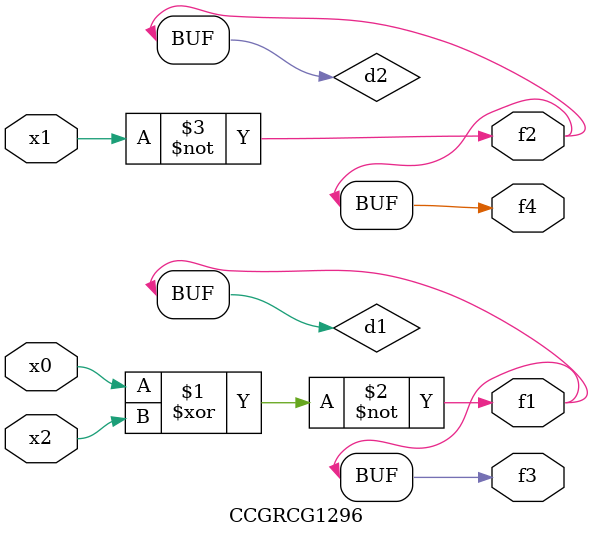
<source format=v>
module CCGRCG1296(
	input x0, x1, x2,
	output f1, f2, f3, f4
);

	wire d1, d2, d3;

	xnor (d1, x0, x2);
	nand (d2, x1);
	nor (d3, x1, x2);
	assign f1 = d1;
	assign f2 = d2;
	assign f3 = d1;
	assign f4 = d2;
endmodule

</source>
